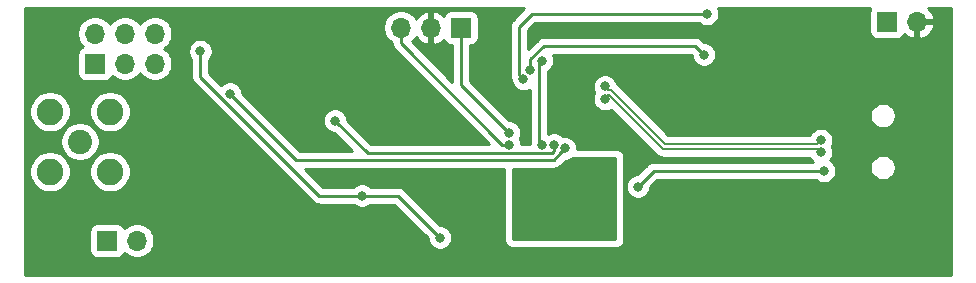
<source format=gbr>
G04 #@! TF.GenerationSoftware,KiCad,Pcbnew,5.1.5-52549c5~86~ubuntu19.10.1*
G04 #@! TF.CreationDate,2020-05-06T16:47:36-07:00*
G04 #@! TF.ProjectId,sdr,7364722e-6b69-4636-9164-5f7063625858,rev?*
G04 #@! TF.SameCoordinates,Original*
G04 #@! TF.FileFunction,Copper,L2,Bot*
G04 #@! TF.FilePolarity,Positive*
%FSLAX46Y46*%
G04 Gerber Fmt 4.6, Leading zero omitted, Abs format (unit mm)*
G04 Created by KiCad (PCBNEW 5.1.5-52549c5~86~ubuntu19.10.1) date 2020-05-06 16:47:36*
%MOMM*%
%LPD*%
G04 APERTURE LIST*
%ADD10O,1.700000X1.700000*%
%ADD11R,1.700000X1.700000*%
%ADD12C,2.250000*%
%ADD13C,2.050000*%
%ADD14C,0.800000*%
%ADD15C,0.250000*%
%ADD16C,0.200000*%
%ADD17C,0.254000*%
G04 APERTURE END LIST*
D10*
X90424000Y-13970000D03*
D11*
X87884000Y-13970000D03*
D10*
X46736000Y-14478000D03*
X49276000Y-14478000D03*
D11*
X51816000Y-14478000D03*
D10*
X24384000Y-32512000D03*
D11*
X21844000Y-32512000D03*
D10*
X25908000Y-14986000D03*
X25908000Y-17526000D03*
X23368000Y-14986000D03*
X23368000Y-17526000D03*
X20828000Y-14986000D03*
D11*
X20828000Y-17526000D03*
D12*
X22098000Y-21590000D03*
X22098000Y-26670000D03*
X17018000Y-26670000D03*
X17018000Y-21590000D03*
D13*
X19558000Y-24130000D03*
D14*
X35814000Y-13970000D03*
X27686000Y-33020000D03*
X55118000Y-13208000D03*
X53594000Y-17272000D03*
X64008000Y-23622000D03*
X61976000Y-17526000D03*
X72898000Y-21590000D03*
X71628000Y-28702000D03*
X78232000Y-22606000D03*
X79248000Y-28702000D03*
X30480000Y-24130000D03*
X29210000Y-29718000D03*
X25654000Y-24130000D03*
X25400000Y-29718000D03*
X21336000Y-29718000D03*
X17272000Y-29718000D03*
X18288000Y-17780000D03*
X16002000Y-13970000D03*
X16256000Y-34036000D03*
X36830000Y-30226000D03*
X36576000Y-33274000D03*
X42418000Y-30734000D03*
X44196000Y-33782000D03*
X53594000Y-29464000D03*
X83820000Y-13716000D03*
X74422000Y-15240000D03*
X82550000Y-21336000D03*
X91948000Y-16510000D03*
X92202000Y-32766000D03*
X85344000Y-34544000D03*
X71628000Y-34544000D03*
X63754000Y-34544000D03*
X56896000Y-34544000D03*
X41656000Y-16510000D03*
X41656000Y-27178000D03*
X32004000Y-17526000D03*
X55118000Y-27432000D03*
X56896000Y-26924000D03*
X56896000Y-30988000D03*
X60960000Y-30988000D03*
X60960000Y-26924000D03*
X58928000Y-26924000D03*
X58928000Y-30988000D03*
X60960000Y-28956000D03*
X58928000Y-28956000D03*
X56896000Y-28956000D03*
X29746000Y-16482000D03*
X43438653Y-28706653D03*
X50038000Y-32258000D03*
X82550000Y-26604000D03*
X66802000Y-27940000D03*
X58674000Y-17272000D03*
X58674000Y-24384000D03*
X55880000Y-24384000D03*
X55880000Y-23368000D03*
X72638500Y-13325000D03*
X57110886Y-18850354D03*
X57694990Y-18038660D03*
X72390000Y-16764000D03*
X41148000Y-22352000D03*
X59690000Y-24384000D03*
X32258000Y-20066000D03*
X60638685Y-24709001D03*
X82296000Y-24005000D03*
X64008000Y-19466500D03*
X82296000Y-25055000D03*
X64008000Y-20516500D03*
D15*
X29746000Y-18627002D02*
X39820998Y-28702000D01*
X29746000Y-16482000D02*
X29746000Y-18627002D01*
X39820998Y-28702000D02*
X43434000Y-28702000D01*
X43434000Y-28702000D02*
X43438653Y-28706653D01*
X43438653Y-28706653D02*
X46486653Y-28706653D01*
X46486653Y-28706653D02*
X50038000Y-32258000D01*
X82550000Y-26604000D02*
X68138000Y-26604000D01*
X68138000Y-26604000D02*
X66802000Y-27940000D01*
X58420000Y-24130000D02*
X58674000Y-24384000D01*
X58420000Y-17526000D02*
X58420000Y-24130000D01*
X58674000Y-17272000D02*
X58420000Y-17526000D01*
X46736000Y-15805685D02*
X55314315Y-24384000D01*
X55314315Y-24384000D02*
X55880000Y-24384000D01*
X46736000Y-14478000D02*
X46736000Y-15805685D01*
X51816000Y-14478000D02*
X51816000Y-19304000D01*
X51816000Y-19304000D02*
X55880000Y-23368000D01*
X56710887Y-14409113D02*
X56710887Y-18450355D01*
X72638500Y-13325000D02*
X57795000Y-13325000D01*
X56710887Y-18450355D02*
X57110886Y-18850354D01*
X57795000Y-13325000D02*
X56710887Y-14409113D01*
X57694990Y-17178008D02*
X58870998Y-16002000D01*
X57694990Y-18038660D02*
X57694990Y-17178008D01*
X58870998Y-16002000D02*
X71628000Y-16002000D01*
X71628000Y-16002000D02*
X72390000Y-16764000D01*
X59690000Y-24949685D02*
X59690000Y-24384000D01*
X59530684Y-25109001D02*
X59690000Y-24949685D01*
X41148000Y-22352000D02*
X43905001Y-25109001D01*
X43905001Y-25109001D02*
X59530684Y-25109001D01*
X60238686Y-25109000D02*
X60638685Y-24709001D01*
X32258000Y-20066000D02*
X37846000Y-25654000D01*
X59693686Y-25654000D02*
X60238686Y-25109000D01*
X37846000Y-25654000D02*
X59693686Y-25654000D01*
D16*
X82296000Y-24005000D02*
X81996000Y-24305000D01*
X81996000Y-24305000D02*
X69073200Y-24305000D01*
X69073200Y-24305000D02*
X64534700Y-19766500D01*
X64534700Y-19766500D02*
X64308000Y-19766500D01*
X64308000Y-19766500D02*
X64008000Y-19466500D01*
X82296000Y-25055000D02*
X81996000Y-24755000D01*
X81996000Y-24755000D02*
X68886800Y-24755000D01*
X64308000Y-20216500D02*
X64008000Y-20516500D01*
X64348300Y-20216500D02*
X64308000Y-20216500D01*
X68886800Y-24755000D02*
X64348300Y-20216500D01*
D17*
G36*
X56199889Y-13845309D02*
G01*
X56170886Y-13869112D01*
X56115758Y-13936287D01*
X56075913Y-13984837D01*
X56015960Y-14097000D01*
X56005341Y-14116867D01*
X55961884Y-14260128D01*
X55950887Y-14371781D01*
X55950887Y-14371791D01*
X55947211Y-14409113D01*
X55950887Y-14446436D01*
X55950888Y-18413023D01*
X55947211Y-18450355D01*
X55961885Y-18599340D01*
X56005341Y-18742601D01*
X56075886Y-18874580D01*
X56075886Y-18952293D01*
X56115660Y-19152252D01*
X56193681Y-19340610D01*
X56306949Y-19510128D01*
X56451112Y-19654291D01*
X56620630Y-19767559D01*
X56808988Y-19845580D01*
X57008947Y-19885354D01*
X57212825Y-19885354D01*
X57412784Y-19845580D01*
X57601142Y-19767559D01*
X57660000Y-19728231D01*
X57660001Y-24092668D01*
X57656324Y-24130000D01*
X57660001Y-24167333D01*
X57660604Y-24173451D01*
X57639000Y-24282061D01*
X57639000Y-24349001D01*
X56915000Y-24349001D01*
X56915000Y-24282061D01*
X56875226Y-24082102D01*
X56797205Y-23893744D01*
X56785349Y-23876000D01*
X56797205Y-23858256D01*
X56875226Y-23669898D01*
X56915000Y-23469939D01*
X56915000Y-23266061D01*
X56875226Y-23066102D01*
X56797205Y-22877744D01*
X56683937Y-22708226D01*
X56539774Y-22564063D01*
X56370256Y-22450795D01*
X56181898Y-22372774D01*
X55981939Y-22333000D01*
X55919802Y-22333000D01*
X52576000Y-18989199D01*
X52576000Y-15966072D01*
X52666000Y-15966072D01*
X52790482Y-15953812D01*
X52910180Y-15917502D01*
X53020494Y-15858537D01*
X53117185Y-15779185D01*
X53196537Y-15682494D01*
X53255502Y-15572180D01*
X53291812Y-15452482D01*
X53304072Y-15328000D01*
X53304072Y-13628000D01*
X53291812Y-13503518D01*
X53255502Y-13383820D01*
X53196537Y-13273506D01*
X53117185Y-13176815D01*
X53020494Y-13097463D01*
X52910180Y-13038498D01*
X52790482Y-13002188D01*
X52666000Y-12989928D01*
X50966000Y-12989928D01*
X50841518Y-13002188D01*
X50721820Y-13038498D01*
X50611506Y-13097463D01*
X50514815Y-13176815D01*
X50435463Y-13273506D01*
X50376498Y-13383820D01*
X50352034Y-13464466D01*
X50276269Y-13380412D01*
X50042920Y-13206359D01*
X49780099Y-13081175D01*
X49632890Y-13036524D01*
X49403000Y-13157845D01*
X49403000Y-14351000D01*
X49423000Y-14351000D01*
X49423000Y-14605000D01*
X49403000Y-14605000D01*
X49403000Y-15798155D01*
X49632890Y-15919476D01*
X49780099Y-15874825D01*
X50042920Y-15749641D01*
X50276269Y-15575588D01*
X50352034Y-15491534D01*
X50376498Y-15572180D01*
X50435463Y-15682494D01*
X50514815Y-15779185D01*
X50611506Y-15858537D01*
X50721820Y-15917502D01*
X50841518Y-15953812D01*
X50966000Y-15966072D01*
X51056000Y-15966072D01*
X51056001Y-19050884D01*
X47655032Y-15649916D01*
X47682632Y-15631475D01*
X47889475Y-15424632D01*
X48011195Y-15242466D01*
X48080822Y-15359355D01*
X48275731Y-15575588D01*
X48509080Y-15749641D01*
X48771901Y-15874825D01*
X48919110Y-15919476D01*
X49149000Y-15798155D01*
X49149000Y-14605000D01*
X49129000Y-14605000D01*
X49129000Y-14351000D01*
X49149000Y-14351000D01*
X49149000Y-13157845D01*
X48919110Y-13036524D01*
X48771901Y-13081175D01*
X48509080Y-13206359D01*
X48275731Y-13380412D01*
X48080822Y-13596645D01*
X48011195Y-13713534D01*
X47889475Y-13531368D01*
X47682632Y-13324525D01*
X47439411Y-13162010D01*
X47169158Y-13050068D01*
X46882260Y-12993000D01*
X46589740Y-12993000D01*
X46302842Y-13050068D01*
X46032589Y-13162010D01*
X45789368Y-13324525D01*
X45582525Y-13531368D01*
X45420010Y-13774589D01*
X45308068Y-14044842D01*
X45251000Y-14331740D01*
X45251000Y-14624260D01*
X45308068Y-14911158D01*
X45420010Y-15181411D01*
X45582525Y-15424632D01*
X45789368Y-15631475D01*
X45976001Y-15756179D01*
X45976001Y-15768353D01*
X45972324Y-15805685D01*
X45976001Y-15843018D01*
X45986998Y-15954671D01*
X45998244Y-15991744D01*
X46030454Y-16097931D01*
X46101026Y-16229961D01*
X46172201Y-16316687D01*
X46196000Y-16345686D01*
X46224998Y-16369484D01*
X54204513Y-24349001D01*
X44219803Y-24349001D01*
X42183000Y-22312199D01*
X42183000Y-22250061D01*
X42143226Y-22050102D01*
X42065205Y-21861744D01*
X41951937Y-21692226D01*
X41807774Y-21548063D01*
X41638256Y-21434795D01*
X41449898Y-21356774D01*
X41249939Y-21317000D01*
X41046061Y-21317000D01*
X40846102Y-21356774D01*
X40657744Y-21434795D01*
X40488226Y-21548063D01*
X40344063Y-21692226D01*
X40230795Y-21861744D01*
X40152774Y-22050102D01*
X40113000Y-22250061D01*
X40113000Y-22453939D01*
X40152774Y-22653898D01*
X40230795Y-22842256D01*
X40344063Y-23011774D01*
X40488226Y-23155937D01*
X40657744Y-23269205D01*
X40846102Y-23347226D01*
X41046061Y-23387000D01*
X41108199Y-23387000D01*
X42615198Y-24894000D01*
X38160803Y-24894000D01*
X33293000Y-20026199D01*
X33293000Y-19964061D01*
X33253226Y-19764102D01*
X33175205Y-19575744D01*
X33061937Y-19406226D01*
X32917774Y-19262063D01*
X32748256Y-19148795D01*
X32559898Y-19070774D01*
X32359939Y-19031000D01*
X32156061Y-19031000D01*
X31956102Y-19070774D01*
X31767744Y-19148795D01*
X31598226Y-19262063D01*
X31527044Y-19333245D01*
X30506000Y-18312201D01*
X30506000Y-17185711D01*
X30549937Y-17141774D01*
X30663205Y-16972256D01*
X30741226Y-16783898D01*
X30781000Y-16583939D01*
X30781000Y-16380061D01*
X30741226Y-16180102D01*
X30663205Y-15991744D01*
X30549937Y-15822226D01*
X30405774Y-15678063D01*
X30236256Y-15564795D01*
X30047898Y-15486774D01*
X29847939Y-15447000D01*
X29644061Y-15447000D01*
X29444102Y-15486774D01*
X29255744Y-15564795D01*
X29086226Y-15678063D01*
X28942063Y-15822226D01*
X28828795Y-15991744D01*
X28750774Y-16180102D01*
X28711000Y-16380061D01*
X28711000Y-16583939D01*
X28750774Y-16783898D01*
X28828795Y-16972256D01*
X28942063Y-17141774D01*
X28986000Y-17185711D01*
X28986001Y-18589670D01*
X28982324Y-18627002D01*
X28986001Y-18664335D01*
X28989649Y-18701368D01*
X28996998Y-18775987D01*
X29040454Y-18919248D01*
X29111026Y-19051278D01*
X29182201Y-19138004D01*
X29206000Y-19167003D01*
X29234998Y-19190801D01*
X39257198Y-29213002D01*
X39280997Y-29242001D01*
X39396722Y-29336974D01*
X39528751Y-29407546D01*
X39672012Y-29451003D01*
X39783665Y-29462000D01*
X39783675Y-29462000D01*
X39820998Y-29465676D01*
X39858321Y-29462000D01*
X42730289Y-29462000D01*
X42778879Y-29510590D01*
X42948397Y-29623858D01*
X43136755Y-29701879D01*
X43336714Y-29741653D01*
X43540592Y-29741653D01*
X43740551Y-29701879D01*
X43928909Y-29623858D01*
X44098427Y-29510590D01*
X44142364Y-29466653D01*
X46171852Y-29466653D01*
X49003000Y-32297802D01*
X49003000Y-32359939D01*
X49042774Y-32559898D01*
X49120795Y-32748256D01*
X49234063Y-32917774D01*
X49378226Y-33061937D01*
X49547744Y-33175205D01*
X49736102Y-33253226D01*
X49936061Y-33293000D01*
X50139939Y-33293000D01*
X50339898Y-33253226D01*
X50528256Y-33175205D01*
X50697774Y-33061937D01*
X50841937Y-32917774D01*
X50955205Y-32748256D01*
X51033226Y-32559898D01*
X51073000Y-32359939D01*
X51073000Y-32156061D01*
X51033226Y-31956102D01*
X50955205Y-31767744D01*
X50841937Y-31598226D01*
X50697774Y-31454063D01*
X50528256Y-31340795D01*
X50339898Y-31262774D01*
X50139939Y-31223000D01*
X50077802Y-31223000D01*
X47050457Y-28195656D01*
X47026654Y-28166652D01*
X46910929Y-28071679D01*
X46778900Y-28001107D01*
X46635639Y-27957650D01*
X46523986Y-27946653D01*
X46523975Y-27946653D01*
X46486653Y-27942977D01*
X46449331Y-27946653D01*
X44142364Y-27946653D01*
X44098427Y-27902716D01*
X43928909Y-27789448D01*
X43740551Y-27711427D01*
X43540592Y-27671653D01*
X43336714Y-27671653D01*
X43136755Y-27711427D01*
X42948397Y-27789448D01*
X42778879Y-27902716D01*
X42739595Y-27942000D01*
X40135800Y-27942000D01*
X38607800Y-26414000D01*
X55499000Y-26414000D01*
X55499000Y-32512000D01*
X55511201Y-32635882D01*
X55547336Y-32755004D01*
X55606017Y-32864787D01*
X55684987Y-32961013D01*
X55781213Y-33039983D01*
X55890996Y-33098664D01*
X56010118Y-33134799D01*
X56134000Y-33147000D01*
X65024000Y-33147000D01*
X65147882Y-33134799D01*
X65267004Y-33098664D01*
X65376787Y-33039983D01*
X65473013Y-32961013D01*
X65551983Y-32864787D01*
X65610664Y-32755004D01*
X65646799Y-32635882D01*
X65659000Y-32512000D01*
X65659000Y-25400000D01*
X65646799Y-25276118D01*
X65610664Y-25156996D01*
X65551983Y-25047213D01*
X65473013Y-24950987D01*
X65376787Y-24872017D01*
X65267004Y-24813336D01*
X65147882Y-24777201D01*
X65024000Y-24765000D01*
X61673685Y-24765000D01*
X61673685Y-24607062D01*
X61633911Y-24407103D01*
X61555890Y-24218745D01*
X61442622Y-24049227D01*
X61298459Y-23905064D01*
X61128941Y-23791796D01*
X60940583Y-23713775D01*
X60740624Y-23674001D01*
X60536746Y-23674001D01*
X60459147Y-23689436D01*
X60349774Y-23580063D01*
X60180256Y-23466795D01*
X59991898Y-23388774D01*
X59791939Y-23349000D01*
X59588061Y-23349000D01*
X59388102Y-23388774D01*
X59199744Y-23466795D01*
X59182000Y-23478651D01*
X59180000Y-23477315D01*
X59180000Y-19364561D01*
X62973000Y-19364561D01*
X62973000Y-19568439D01*
X63012774Y-19768398D01*
X63090795Y-19956756D01*
X63114010Y-19991500D01*
X63090795Y-20026244D01*
X63012774Y-20214602D01*
X62973000Y-20414561D01*
X62973000Y-20618439D01*
X63012774Y-20818398D01*
X63090795Y-21006756D01*
X63204063Y-21176274D01*
X63348226Y-21320437D01*
X63517744Y-21433705D01*
X63706102Y-21511726D01*
X63906061Y-21551500D01*
X64109939Y-21551500D01*
X64309898Y-21511726D01*
X64498256Y-21433705D01*
X64514923Y-21422569D01*
X68341546Y-25249193D01*
X68364562Y-25277238D01*
X68476480Y-25369087D01*
X68604167Y-25437337D01*
X68742715Y-25479365D01*
X68850695Y-25490000D01*
X68850704Y-25490000D01*
X68886799Y-25493555D01*
X68922894Y-25490000D01*
X81355907Y-25490000D01*
X81378795Y-25545256D01*
X81492063Y-25714774D01*
X81621289Y-25844000D01*
X68175322Y-25844000D01*
X68137999Y-25840324D01*
X68100676Y-25844000D01*
X68100667Y-25844000D01*
X67989014Y-25854997D01*
X67845753Y-25898454D01*
X67713724Y-25969026D01*
X67597999Y-26063999D01*
X67574201Y-26092997D01*
X66762199Y-26905000D01*
X66700061Y-26905000D01*
X66500102Y-26944774D01*
X66311744Y-27022795D01*
X66142226Y-27136063D01*
X65998063Y-27280226D01*
X65884795Y-27449744D01*
X65806774Y-27638102D01*
X65767000Y-27838061D01*
X65767000Y-28041939D01*
X65806774Y-28241898D01*
X65884795Y-28430256D01*
X65998063Y-28599774D01*
X66142226Y-28743937D01*
X66311744Y-28857205D01*
X66500102Y-28935226D01*
X66700061Y-28975000D01*
X66903939Y-28975000D01*
X67103898Y-28935226D01*
X67292256Y-28857205D01*
X67461774Y-28743937D01*
X67605937Y-28599774D01*
X67719205Y-28430256D01*
X67797226Y-28241898D01*
X67837000Y-28041939D01*
X67837000Y-27979801D01*
X68452802Y-27364000D01*
X81846289Y-27364000D01*
X81890226Y-27407937D01*
X82059744Y-27521205D01*
X82248102Y-27599226D01*
X82448061Y-27639000D01*
X82651939Y-27639000D01*
X82851898Y-27599226D01*
X83040256Y-27521205D01*
X83209774Y-27407937D01*
X83353937Y-27263774D01*
X83467205Y-27094256D01*
X83545226Y-26905898D01*
X83585000Y-26705939D01*
X83585000Y-26502061D01*
X83545226Y-26302102D01*
X83512518Y-26223137D01*
X86439000Y-26223137D01*
X86439000Y-26436863D01*
X86480696Y-26646483D01*
X86562485Y-26843940D01*
X86681225Y-27021647D01*
X86832353Y-27172775D01*
X87010060Y-27291515D01*
X87207517Y-27373304D01*
X87417137Y-27415000D01*
X87630863Y-27415000D01*
X87840483Y-27373304D01*
X88037940Y-27291515D01*
X88215647Y-27172775D01*
X88366775Y-27021647D01*
X88485515Y-26843940D01*
X88567304Y-26646483D01*
X88609000Y-26436863D01*
X88609000Y-26223137D01*
X88567304Y-26013517D01*
X88485515Y-25816060D01*
X88366775Y-25638353D01*
X88215647Y-25487225D01*
X88037940Y-25368485D01*
X87840483Y-25286696D01*
X87630863Y-25245000D01*
X87417137Y-25245000D01*
X87207517Y-25286696D01*
X87010060Y-25368485D01*
X86832353Y-25487225D01*
X86681225Y-25638353D01*
X86562485Y-25816060D01*
X86480696Y-26013517D01*
X86439000Y-26223137D01*
X83512518Y-26223137D01*
X83467205Y-26113744D01*
X83353937Y-25944226D01*
X83209774Y-25800063D01*
X83092804Y-25721907D01*
X83099937Y-25714774D01*
X83213205Y-25545256D01*
X83291226Y-25356898D01*
X83331000Y-25156939D01*
X83331000Y-24953061D01*
X83291226Y-24753102D01*
X83213205Y-24564744D01*
X83189990Y-24530000D01*
X83213205Y-24495256D01*
X83291226Y-24306898D01*
X83331000Y-24106939D01*
X83331000Y-23903061D01*
X83291226Y-23703102D01*
X83213205Y-23514744D01*
X83099937Y-23345226D01*
X82955774Y-23201063D01*
X82786256Y-23087795D01*
X82597898Y-23009774D01*
X82397939Y-22970000D01*
X82194061Y-22970000D01*
X81994102Y-23009774D01*
X81805744Y-23087795D01*
X81636226Y-23201063D01*
X81492063Y-23345226D01*
X81378795Y-23514744D01*
X81355907Y-23570000D01*
X69377647Y-23570000D01*
X67630784Y-21823137D01*
X86439000Y-21823137D01*
X86439000Y-22036863D01*
X86480696Y-22246483D01*
X86562485Y-22443940D01*
X86681225Y-22621647D01*
X86832353Y-22772775D01*
X87010060Y-22891515D01*
X87207517Y-22973304D01*
X87417137Y-23015000D01*
X87630863Y-23015000D01*
X87840483Y-22973304D01*
X88037940Y-22891515D01*
X88215647Y-22772775D01*
X88366775Y-22621647D01*
X88485515Y-22443940D01*
X88567304Y-22246483D01*
X88609000Y-22036863D01*
X88609000Y-21823137D01*
X88567304Y-21613517D01*
X88485515Y-21416060D01*
X88366775Y-21238353D01*
X88215647Y-21087225D01*
X88037940Y-20968485D01*
X87840483Y-20886696D01*
X87630863Y-20845000D01*
X87417137Y-20845000D01*
X87207517Y-20886696D01*
X87010060Y-20968485D01*
X86832353Y-21087225D01*
X86681225Y-21238353D01*
X86562485Y-21416060D01*
X86480696Y-21613517D01*
X86439000Y-21823137D01*
X67630784Y-21823137D01*
X65079959Y-19272313D01*
X65056938Y-19244262D01*
X65011684Y-19207123D01*
X65003226Y-19164602D01*
X64925205Y-18976244D01*
X64811937Y-18806726D01*
X64667774Y-18662563D01*
X64498256Y-18549295D01*
X64309898Y-18471274D01*
X64109939Y-18431500D01*
X63906061Y-18431500D01*
X63706102Y-18471274D01*
X63517744Y-18549295D01*
X63348226Y-18662563D01*
X63204063Y-18806726D01*
X63090795Y-18976244D01*
X63012774Y-19164602D01*
X62973000Y-19364561D01*
X59180000Y-19364561D01*
X59180000Y-18178685D01*
X59333774Y-18075937D01*
X59477937Y-17931774D01*
X59591205Y-17762256D01*
X59669226Y-17573898D01*
X59709000Y-17373939D01*
X59709000Y-17170061D01*
X59669226Y-16970102D01*
X59591205Y-16781744D01*
X59578013Y-16762000D01*
X71313199Y-16762000D01*
X71355000Y-16803801D01*
X71355000Y-16865939D01*
X71394774Y-17065898D01*
X71472795Y-17254256D01*
X71586063Y-17423774D01*
X71730226Y-17567937D01*
X71899744Y-17681205D01*
X72088102Y-17759226D01*
X72288061Y-17799000D01*
X72491939Y-17799000D01*
X72691898Y-17759226D01*
X72880256Y-17681205D01*
X73049774Y-17567937D01*
X73193937Y-17423774D01*
X73307205Y-17254256D01*
X73385226Y-17065898D01*
X73425000Y-16865939D01*
X73425000Y-16662061D01*
X73385226Y-16462102D01*
X73307205Y-16273744D01*
X73193937Y-16104226D01*
X73049774Y-15960063D01*
X72880256Y-15846795D01*
X72691898Y-15768774D01*
X72491939Y-15729000D01*
X72429801Y-15729000D01*
X72191803Y-15491002D01*
X72168001Y-15461999D01*
X72052276Y-15367026D01*
X71920247Y-15296454D01*
X71776986Y-15252997D01*
X71665333Y-15242000D01*
X71665322Y-15242000D01*
X71628000Y-15238324D01*
X71590678Y-15242000D01*
X58908320Y-15242000D01*
X58870997Y-15238324D01*
X58833674Y-15242000D01*
X58833665Y-15242000D01*
X58722012Y-15252997D01*
X58578751Y-15296454D01*
X58446722Y-15367026D01*
X58446720Y-15367027D01*
X58446721Y-15367027D01*
X58359994Y-15438201D01*
X58359990Y-15438205D01*
X58330997Y-15461999D01*
X58307203Y-15490992D01*
X57470887Y-16327309D01*
X57470887Y-14723914D01*
X58109802Y-14085000D01*
X71934789Y-14085000D01*
X71978726Y-14128937D01*
X72148244Y-14242205D01*
X72336602Y-14320226D01*
X72536561Y-14360000D01*
X72740439Y-14360000D01*
X72940398Y-14320226D01*
X73128756Y-14242205D01*
X73298274Y-14128937D01*
X73442437Y-13984774D01*
X73555705Y-13815256D01*
X73633726Y-13626898D01*
X73673500Y-13426939D01*
X73673500Y-13223061D01*
X73633726Y-13023102D01*
X73562853Y-12852000D01*
X86457230Y-12852000D01*
X86444498Y-12875820D01*
X86408188Y-12995518D01*
X86395928Y-13120000D01*
X86395928Y-14820000D01*
X86408188Y-14944482D01*
X86444498Y-15064180D01*
X86503463Y-15174494D01*
X86582815Y-15271185D01*
X86679506Y-15350537D01*
X86789820Y-15409502D01*
X86909518Y-15445812D01*
X87034000Y-15458072D01*
X88734000Y-15458072D01*
X88858482Y-15445812D01*
X88978180Y-15409502D01*
X89088494Y-15350537D01*
X89185185Y-15271185D01*
X89264537Y-15174494D01*
X89323502Y-15064180D01*
X89347966Y-14983534D01*
X89423731Y-15067588D01*
X89657080Y-15241641D01*
X89919901Y-15366825D01*
X90067110Y-15411476D01*
X90297000Y-15290155D01*
X90297000Y-14097000D01*
X90551000Y-14097000D01*
X90551000Y-15290155D01*
X90780890Y-15411476D01*
X90928099Y-15366825D01*
X91190920Y-15241641D01*
X91424269Y-15067588D01*
X91619178Y-14851355D01*
X91768157Y-14601252D01*
X91865481Y-14326891D01*
X91744814Y-14097000D01*
X90551000Y-14097000D01*
X90297000Y-14097000D01*
X90277000Y-14097000D01*
X90277000Y-13843000D01*
X90297000Y-13843000D01*
X90297000Y-13823000D01*
X90551000Y-13823000D01*
X90551000Y-13843000D01*
X91744814Y-13843000D01*
X91865481Y-13613109D01*
X91768157Y-13338748D01*
X91619178Y-13088645D01*
X91424269Y-12872412D01*
X91396903Y-12852000D01*
X93320001Y-12852000D01*
X93320000Y-35408000D01*
X14884000Y-35408000D01*
X14884000Y-31662000D01*
X20355928Y-31662000D01*
X20355928Y-33362000D01*
X20368188Y-33486482D01*
X20404498Y-33606180D01*
X20463463Y-33716494D01*
X20542815Y-33813185D01*
X20639506Y-33892537D01*
X20749820Y-33951502D01*
X20869518Y-33987812D01*
X20994000Y-34000072D01*
X22694000Y-34000072D01*
X22818482Y-33987812D01*
X22938180Y-33951502D01*
X23048494Y-33892537D01*
X23145185Y-33813185D01*
X23224537Y-33716494D01*
X23283502Y-33606180D01*
X23305513Y-33533620D01*
X23437368Y-33665475D01*
X23680589Y-33827990D01*
X23950842Y-33939932D01*
X24237740Y-33997000D01*
X24530260Y-33997000D01*
X24817158Y-33939932D01*
X25087411Y-33827990D01*
X25330632Y-33665475D01*
X25537475Y-33458632D01*
X25699990Y-33215411D01*
X25811932Y-32945158D01*
X25869000Y-32658260D01*
X25869000Y-32365740D01*
X25811932Y-32078842D01*
X25699990Y-31808589D01*
X25537475Y-31565368D01*
X25330632Y-31358525D01*
X25087411Y-31196010D01*
X24817158Y-31084068D01*
X24530260Y-31027000D01*
X24237740Y-31027000D01*
X23950842Y-31084068D01*
X23680589Y-31196010D01*
X23437368Y-31358525D01*
X23305513Y-31490380D01*
X23283502Y-31417820D01*
X23224537Y-31307506D01*
X23145185Y-31210815D01*
X23048494Y-31131463D01*
X22938180Y-31072498D01*
X22818482Y-31036188D01*
X22694000Y-31023928D01*
X20994000Y-31023928D01*
X20869518Y-31036188D01*
X20749820Y-31072498D01*
X20639506Y-31131463D01*
X20542815Y-31210815D01*
X20463463Y-31307506D01*
X20404498Y-31417820D01*
X20368188Y-31537518D01*
X20355928Y-31662000D01*
X14884000Y-31662000D01*
X14884000Y-26496655D01*
X15258000Y-26496655D01*
X15258000Y-26843345D01*
X15325636Y-27183373D01*
X15458308Y-27503673D01*
X15650919Y-27791935D01*
X15896065Y-28037081D01*
X16184327Y-28229692D01*
X16504627Y-28362364D01*
X16844655Y-28430000D01*
X17191345Y-28430000D01*
X17531373Y-28362364D01*
X17851673Y-28229692D01*
X18139935Y-28037081D01*
X18385081Y-27791935D01*
X18577692Y-27503673D01*
X18710364Y-27183373D01*
X18778000Y-26843345D01*
X18778000Y-26496655D01*
X20338000Y-26496655D01*
X20338000Y-26843345D01*
X20405636Y-27183373D01*
X20538308Y-27503673D01*
X20730919Y-27791935D01*
X20976065Y-28037081D01*
X21264327Y-28229692D01*
X21584627Y-28362364D01*
X21924655Y-28430000D01*
X22271345Y-28430000D01*
X22611373Y-28362364D01*
X22931673Y-28229692D01*
X23219935Y-28037081D01*
X23465081Y-27791935D01*
X23657692Y-27503673D01*
X23790364Y-27183373D01*
X23858000Y-26843345D01*
X23858000Y-26496655D01*
X23790364Y-26156627D01*
X23657692Y-25836327D01*
X23465081Y-25548065D01*
X23219935Y-25302919D01*
X22931673Y-25110308D01*
X22611373Y-24977636D01*
X22271345Y-24910000D01*
X21924655Y-24910000D01*
X21584627Y-24977636D01*
X21264327Y-25110308D01*
X20976065Y-25302919D01*
X20730919Y-25548065D01*
X20538308Y-25836327D01*
X20405636Y-26156627D01*
X20338000Y-26496655D01*
X18778000Y-26496655D01*
X18710364Y-26156627D01*
X18577692Y-25836327D01*
X18385081Y-25548065D01*
X18139935Y-25302919D01*
X17851673Y-25110308D01*
X17531373Y-24977636D01*
X17191345Y-24910000D01*
X16844655Y-24910000D01*
X16504627Y-24977636D01*
X16184327Y-25110308D01*
X15896065Y-25302919D01*
X15650919Y-25548065D01*
X15458308Y-25836327D01*
X15325636Y-26156627D01*
X15258000Y-26496655D01*
X14884000Y-26496655D01*
X14884000Y-23966504D01*
X17898000Y-23966504D01*
X17898000Y-24293496D01*
X17961793Y-24614204D01*
X18086927Y-24916305D01*
X18268594Y-25188188D01*
X18499812Y-25419406D01*
X18771695Y-25601073D01*
X19073796Y-25726207D01*
X19394504Y-25790000D01*
X19721496Y-25790000D01*
X20042204Y-25726207D01*
X20344305Y-25601073D01*
X20616188Y-25419406D01*
X20847406Y-25188188D01*
X21029073Y-24916305D01*
X21154207Y-24614204D01*
X21218000Y-24293496D01*
X21218000Y-23966504D01*
X21154207Y-23645796D01*
X21029073Y-23343695D01*
X20847406Y-23071812D01*
X20616188Y-22840594D01*
X20344305Y-22658927D01*
X20042204Y-22533793D01*
X19721496Y-22470000D01*
X19394504Y-22470000D01*
X19073796Y-22533793D01*
X18771695Y-22658927D01*
X18499812Y-22840594D01*
X18268594Y-23071812D01*
X18086927Y-23343695D01*
X17961793Y-23645796D01*
X17898000Y-23966504D01*
X14884000Y-23966504D01*
X14884000Y-21416655D01*
X15258000Y-21416655D01*
X15258000Y-21763345D01*
X15325636Y-22103373D01*
X15458308Y-22423673D01*
X15650919Y-22711935D01*
X15896065Y-22957081D01*
X16184327Y-23149692D01*
X16504627Y-23282364D01*
X16844655Y-23350000D01*
X17191345Y-23350000D01*
X17531373Y-23282364D01*
X17851673Y-23149692D01*
X18139935Y-22957081D01*
X18385081Y-22711935D01*
X18577692Y-22423673D01*
X18710364Y-22103373D01*
X18778000Y-21763345D01*
X18778000Y-21416655D01*
X20338000Y-21416655D01*
X20338000Y-21763345D01*
X20405636Y-22103373D01*
X20538308Y-22423673D01*
X20730919Y-22711935D01*
X20976065Y-22957081D01*
X21264327Y-23149692D01*
X21584627Y-23282364D01*
X21924655Y-23350000D01*
X22271345Y-23350000D01*
X22611373Y-23282364D01*
X22931673Y-23149692D01*
X23219935Y-22957081D01*
X23465081Y-22711935D01*
X23657692Y-22423673D01*
X23790364Y-22103373D01*
X23858000Y-21763345D01*
X23858000Y-21416655D01*
X23790364Y-21076627D01*
X23657692Y-20756327D01*
X23465081Y-20468065D01*
X23219935Y-20222919D01*
X22931673Y-20030308D01*
X22611373Y-19897636D01*
X22271345Y-19830000D01*
X21924655Y-19830000D01*
X21584627Y-19897636D01*
X21264327Y-20030308D01*
X20976065Y-20222919D01*
X20730919Y-20468065D01*
X20538308Y-20756327D01*
X20405636Y-21076627D01*
X20338000Y-21416655D01*
X18778000Y-21416655D01*
X18710364Y-21076627D01*
X18577692Y-20756327D01*
X18385081Y-20468065D01*
X18139935Y-20222919D01*
X17851673Y-20030308D01*
X17531373Y-19897636D01*
X17191345Y-19830000D01*
X16844655Y-19830000D01*
X16504627Y-19897636D01*
X16184327Y-20030308D01*
X15896065Y-20222919D01*
X15650919Y-20468065D01*
X15458308Y-20756327D01*
X15325636Y-21076627D01*
X15258000Y-21416655D01*
X14884000Y-21416655D01*
X14884000Y-16676000D01*
X19339928Y-16676000D01*
X19339928Y-18376000D01*
X19352188Y-18500482D01*
X19388498Y-18620180D01*
X19447463Y-18730494D01*
X19526815Y-18827185D01*
X19623506Y-18906537D01*
X19733820Y-18965502D01*
X19853518Y-19001812D01*
X19978000Y-19014072D01*
X21678000Y-19014072D01*
X21802482Y-19001812D01*
X21922180Y-18965502D01*
X22032494Y-18906537D01*
X22129185Y-18827185D01*
X22208537Y-18730494D01*
X22267502Y-18620180D01*
X22289513Y-18547620D01*
X22421368Y-18679475D01*
X22664589Y-18841990D01*
X22934842Y-18953932D01*
X23221740Y-19011000D01*
X23514260Y-19011000D01*
X23801158Y-18953932D01*
X24071411Y-18841990D01*
X24314632Y-18679475D01*
X24521475Y-18472632D01*
X24638000Y-18298240D01*
X24754525Y-18472632D01*
X24961368Y-18679475D01*
X25204589Y-18841990D01*
X25474842Y-18953932D01*
X25761740Y-19011000D01*
X26054260Y-19011000D01*
X26341158Y-18953932D01*
X26611411Y-18841990D01*
X26854632Y-18679475D01*
X27061475Y-18472632D01*
X27223990Y-18229411D01*
X27335932Y-17959158D01*
X27393000Y-17672260D01*
X27393000Y-17379740D01*
X27335932Y-17092842D01*
X27223990Y-16822589D01*
X27061475Y-16579368D01*
X26854632Y-16372525D01*
X26680240Y-16256000D01*
X26854632Y-16139475D01*
X27061475Y-15932632D01*
X27223990Y-15689411D01*
X27335932Y-15419158D01*
X27393000Y-15132260D01*
X27393000Y-14839740D01*
X27335932Y-14552842D01*
X27223990Y-14282589D01*
X27061475Y-14039368D01*
X26854632Y-13832525D01*
X26611411Y-13670010D01*
X26341158Y-13558068D01*
X26054260Y-13501000D01*
X25761740Y-13501000D01*
X25474842Y-13558068D01*
X25204589Y-13670010D01*
X24961368Y-13832525D01*
X24754525Y-14039368D01*
X24638000Y-14213760D01*
X24521475Y-14039368D01*
X24314632Y-13832525D01*
X24071411Y-13670010D01*
X23801158Y-13558068D01*
X23514260Y-13501000D01*
X23221740Y-13501000D01*
X22934842Y-13558068D01*
X22664589Y-13670010D01*
X22421368Y-13832525D01*
X22214525Y-14039368D01*
X22098000Y-14213760D01*
X21981475Y-14039368D01*
X21774632Y-13832525D01*
X21531411Y-13670010D01*
X21261158Y-13558068D01*
X20974260Y-13501000D01*
X20681740Y-13501000D01*
X20394842Y-13558068D01*
X20124589Y-13670010D01*
X19881368Y-13832525D01*
X19674525Y-14039368D01*
X19512010Y-14282589D01*
X19400068Y-14552842D01*
X19343000Y-14839740D01*
X19343000Y-15132260D01*
X19400068Y-15419158D01*
X19512010Y-15689411D01*
X19674525Y-15932632D01*
X19806380Y-16064487D01*
X19733820Y-16086498D01*
X19623506Y-16145463D01*
X19526815Y-16224815D01*
X19447463Y-16321506D01*
X19388498Y-16431820D01*
X19352188Y-16551518D01*
X19339928Y-16676000D01*
X14884000Y-16676000D01*
X14884000Y-12852000D01*
X57193198Y-12852000D01*
X56199889Y-13845309D01*
G37*
X56199889Y-13845309D02*
X56170886Y-13869112D01*
X56115758Y-13936287D01*
X56075913Y-13984837D01*
X56015960Y-14097000D01*
X56005341Y-14116867D01*
X55961884Y-14260128D01*
X55950887Y-14371781D01*
X55950887Y-14371791D01*
X55947211Y-14409113D01*
X55950887Y-14446436D01*
X55950888Y-18413023D01*
X55947211Y-18450355D01*
X55961885Y-18599340D01*
X56005341Y-18742601D01*
X56075886Y-18874580D01*
X56075886Y-18952293D01*
X56115660Y-19152252D01*
X56193681Y-19340610D01*
X56306949Y-19510128D01*
X56451112Y-19654291D01*
X56620630Y-19767559D01*
X56808988Y-19845580D01*
X57008947Y-19885354D01*
X57212825Y-19885354D01*
X57412784Y-19845580D01*
X57601142Y-19767559D01*
X57660000Y-19728231D01*
X57660001Y-24092668D01*
X57656324Y-24130000D01*
X57660001Y-24167333D01*
X57660604Y-24173451D01*
X57639000Y-24282061D01*
X57639000Y-24349001D01*
X56915000Y-24349001D01*
X56915000Y-24282061D01*
X56875226Y-24082102D01*
X56797205Y-23893744D01*
X56785349Y-23876000D01*
X56797205Y-23858256D01*
X56875226Y-23669898D01*
X56915000Y-23469939D01*
X56915000Y-23266061D01*
X56875226Y-23066102D01*
X56797205Y-22877744D01*
X56683937Y-22708226D01*
X56539774Y-22564063D01*
X56370256Y-22450795D01*
X56181898Y-22372774D01*
X55981939Y-22333000D01*
X55919802Y-22333000D01*
X52576000Y-18989199D01*
X52576000Y-15966072D01*
X52666000Y-15966072D01*
X52790482Y-15953812D01*
X52910180Y-15917502D01*
X53020494Y-15858537D01*
X53117185Y-15779185D01*
X53196537Y-15682494D01*
X53255502Y-15572180D01*
X53291812Y-15452482D01*
X53304072Y-15328000D01*
X53304072Y-13628000D01*
X53291812Y-13503518D01*
X53255502Y-13383820D01*
X53196537Y-13273506D01*
X53117185Y-13176815D01*
X53020494Y-13097463D01*
X52910180Y-13038498D01*
X52790482Y-13002188D01*
X52666000Y-12989928D01*
X50966000Y-12989928D01*
X50841518Y-13002188D01*
X50721820Y-13038498D01*
X50611506Y-13097463D01*
X50514815Y-13176815D01*
X50435463Y-13273506D01*
X50376498Y-13383820D01*
X50352034Y-13464466D01*
X50276269Y-13380412D01*
X50042920Y-13206359D01*
X49780099Y-13081175D01*
X49632890Y-13036524D01*
X49403000Y-13157845D01*
X49403000Y-14351000D01*
X49423000Y-14351000D01*
X49423000Y-14605000D01*
X49403000Y-14605000D01*
X49403000Y-15798155D01*
X49632890Y-15919476D01*
X49780099Y-15874825D01*
X50042920Y-15749641D01*
X50276269Y-15575588D01*
X50352034Y-15491534D01*
X50376498Y-15572180D01*
X50435463Y-15682494D01*
X50514815Y-15779185D01*
X50611506Y-15858537D01*
X50721820Y-15917502D01*
X50841518Y-15953812D01*
X50966000Y-15966072D01*
X51056000Y-15966072D01*
X51056001Y-19050884D01*
X47655032Y-15649916D01*
X47682632Y-15631475D01*
X47889475Y-15424632D01*
X48011195Y-15242466D01*
X48080822Y-15359355D01*
X48275731Y-15575588D01*
X48509080Y-15749641D01*
X48771901Y-15874825D01*
X48919110Y-15919476D01*
X49149000Y-15798155D01*
X49149000Y-14605000D01*
X49129000Y-14605000D01*
X49129000Y-14351000D01*
X49149000Y-14351000D01*
X49149000Y-13157845D01*
X48919110Y-13036524D01*
X48771901Y-13081175D01*
X48509080Y-13206359D01*
X48275731Y-13380412D01*
X48080822Y-13596645D01*
X48011195Y-13713534D01*
X47889475Y-13531368D01*
X47682632Y-13324525D01*
X47439411Y-13162010D01*
X47169158Y-13050068D01*
X46882260Y-12993000D01*
X46589740Y-12993000D01*
X46302842Y-13050068D01*
X46032589Y-13162010D01*
X45789368Y-13324525D01*
X45582525Y-13531368D01*
X45420010Y-13774589D01*
X45308068Y-14044842D01*
X45251000Y-14331740D01*
X45251000Y-14624260D01*
X45308068Y-14911158D01*
X45420010Y-15181411D01*
X45582525Y-15424632D01*
X45789368Y-15631475D01*
X45976001Y-15756179D01*
X45976001Y-15768353D01*
X45972324Y-15805685D01*
X45976001Y-15843018D01*
X45986998Y-15954671D01*
X45998244Y-15991744D01*
X46030454Y-16097931D01*
X46101026Y-16229961D01*
X46172201Y-16316687D01*
X46196000Y-16345686D01*
X46224998Y-16369484D01*
X54204513Y-24349001D01*
X44219803Y-24349001D01*
X42183000Y-22312199D01*
X42183000Y-22250061D01*
X42143226Y-22050102D01*
X42065205Y-21861744D01*
X41951937Y-21692226D01*
X41807774Y-21548063D01*
X41638256Y-21434795D01*
X41449898Y-21356774D01*
X41249939Y-21317000D01*
X41046061Y-21317000D01*
X40846102Y-21356774D01*
X40657744Y-21434795D01*
X40488226Y-21548063D01*
X40344063Y-21692226D01*
X40230795Y-21861744D01*
X40152774Y-22050102D01*
X40113000Y-22250061D01*
X40113000Y-22453939D01*
X40152774Y-22653898D01*
X40230795Y-22842256D01*
X40344063Y-23011774D01*
X40488226Y-23155937D01*
X40657744Y-23269205D01*
X40846102Y-23347226D01*
X41046061Y-23387000D01*
X41108199Y-23387000D01*
X42615198Y-24894000D01*
X38160803Y-24894000D01*
X33293000Y-20026199D01*
X33293000Y-19964061D01*
X33253226Y-19764102D01*
X33175205Y-19575744D01*
X33061937Y-19406226D01*
X32917774Y-19262063D01*
X32748256Y-19148795D01*
X32559898Y-19070774D01*
X32359939Y-19031000D01*
X32156061Y-19031000D01*
X31956102Y-19070774D01*
X31767744Y-19148795D01*
X31598226Y-19262063D01*
X31527044Y-19333245D01*
X30506000Y-18312201D01*
X30506000Y-17185711D01*
X30549937Y-17141774D01*
X30663205Y-16972256D01*
X30741226Y-16783898D01*
X30781000Y-16583939D01*
X30781000Y-16380061D01*
X30741226Y-16180102D01*
X30663205Y-15991744D01*
X30549937Y-15822226D01*
X30405774Y-15678063D01*
X30236256Y-15564795D01*
X30047898Y-15486774D01*
X29847939Y-15447000D01*
X29644061Y-15447000D01*
X29444102Y-15486774D01*
X29255744Y-15564795D01*
X29086226Y-15678063D01*
X28942063Y-15822226D01*
X28828795Y-15991744D01*
X28750774Y-16180102D01*
X28711000Y-16380061D01*
X28711000Y-16583939D01*
X28750774Y-16783898D01*
X28828795Y-16972256D01*
X28942063Y-17141774D01*
X28986000Y-17185711D01*
X28986001Y-18589670D01*
X28982324Y-18627002D01*
X28986001Y-18664335D01*
X28989649Y-18701368D01*
X28996998Y-18775987D01*
X29040454Y-18919248D01*
X29111026Y-19051278D01*
X29182201Y-19138004D01*
X29206000Y-19167003D01*
X29234998Y-19190801D01*
X39257198Y-29213002D01*
X39280997Y-29242001D01*
X39396722Y-29336974D01*
X39528751Y-29407546D01*
X39672012Y-29451003D01*
X39783665Y-29462000D01*
X39783675Y-29462000D01*
X39820998Y-29465676D01*
X39858321Y-29462000D01*
X42730289Y-29462000D01*
X42778879Y-29510590D01*
X42948397Y-29623858D01*
X43136755Y-29701879D01*
X43336714Y-29741653D01*
X43540592Y-29741653D01*
X43740551Y-29701879D01*
X43928909Y-29623858D01*
X44098427Y-29510590D01*
X44142364Y-29466653D01*
X46171852Y-29466653D01*
X49003000Y-32297802D01*
X49003000Y-32359939D01*
X49042774Y-32559898D01*
X49120795Y-32748256D01*
X49234063Y-32917774D01*
X49378226Y-33061937D01*
X49547744Y-33175205D01*
X49736102Y-33253226D01*
X49936061Y-33293000D01*
X50139939Y-33293000D01*
X50339898Y-33253226D01*
X50528256Y-33175205D01*
X50697774Y-33061937D01*
X50841937Y-32917774D01*
X50955205Y-32748256D01*
X51033226Y-32559898D01*
X51073000Y-32359939D01*
X51073000Y-32156061D01*
X51033226Y-31956102D01*
X50955205Y-31767744D01*
X50841937Y-31598226D01*
X50697774Y-31454063D01*
X50528256Y-31340795D01*
X50339898Y-31262774D01*
X50139939Y-31223000D01*
X50077802Y-31223000D01*
X47050457Y-28195656D01*
X47026654Y-28166652D01*
X46910929Y-28071679D01*
X46778900Y-28001107D01*
X46635639Y-27957650D01*
X46523986Y-27946653D01*
X46523975Y-27946653D01*
X46486653Y-27942977D01*
X46449331Y-27946653D01*
X44142364Y-27946653D01*
X44098427Y-27902716D01*
X43928909Y-27789448D01*
X43740551Y-27711427D01*
X43540592Y-27671653D01*
X43336714Y-27671653D01*
X43136755Y-27711427D01*
X42948397Y-27789448D01*
X42778879Y-27902716D01*
X42739595Y-27942000D01*
X40135800Y-27942000D01*
X38607800Y-26414000D01*
X55499000Y-26414000D01*
X55499000Y-32512000D01*
X55511201Y-32635882D01*
X55547336Y-32755004D01*
X55606017Y-32864787D01*
X55684987Y-32961013D01*
X55781213Y-33039983D01*
X55890996Y-33098664D01*
X56010118Y-33134799D01*
X56134000Y-33147000D01*
X65024000Y-33147000D01*
X65147882Y-33134799D01*
X65267004Y-33098664D01*
X65376787Y-33039983D01*
X65473013Y-32961013D01*
X65551983Y-32864787D01*
X65610664Y-32755004D01*
X65646799Y-32635882D01*
X65659000Y-32512000D01*
X65659000Y-25400000D01*
X65646799Y-25276118D01*
X65610664Y-25156996D01*
X65551983Y-25047213D01*
X65473013Y-24950987D01*
X65376787Y-24872017D01*
X65267004Y-24813336D01*
X65147882Y-24777201D01*
X65024000Y-24765000D01*
X61673685Y-24765000D01*
X61673685Y-24607062D01*
X61633911Y-24407103D01*
X61555890Y-24218745D01*
X61442622Y-24049227D01*
X61298459Y-23905064D01*
X61128941Y-23791796D01*
X60940583Y-23713775D01*
X60740624Y-23674001D01*
X60536746Y-23674001D01*
X60459147Y-23689436D01*
X60349774Y-23580063D01*
X60180256Y-23466795D01*
X59991898Y-23388774D01*
X59791939Y-23349000D01*
X59588061Y-23349000D01*
X59388102Y-23388774D01*
X59199744Y-23466795D01*
X59182000Y-23478651D01*
X59180000Y-23477315D01*
X59180000Y-19364561D01*
X62973000Y-19364561D01*
X62973000Y-19568439D01*
X63012774Y-19768398D01*
X63090795Y-19956756D01*
X63114010Y-19991500D01*
X63090795Y-20026244D01*
X63012774Y-20214602D01*
X62973000Y-20414561D01*
X62973000Y-20618439D01*
X63012774Y-20818398D01*
X63090795Y-21006756D01*
X63204063Y-21176274D01*
X63348226Y-21320437D01*
X63517744Y-21433705D01*
X63706102Y-21511726D01*
X63906061Y-21551500D01*
X64109939Y-21551500D01*
X64309898Y-21511726D01*
X64498256Y-21433705D01*
X64514923Y-21422569D01*
X68341546Y-25249193D01*
X68364562Y-25277238D01*
X68476480Y-25369087D01*
X68604167Y-25437337D01*
X68742715Y-25479365D01*
X68850695Y-25490000D01*
X68850704Y-25490000D01*
X68886799Y-25493555D01*
X68922894Y-25490000D01*
X81355907Y-25490000D01*
X81378795Y-25545256D01*
X81492063Y-25714774D01*
X81621289Y-25844000D01*
X68175322Y-25844000D01*
X68137999Y-25840324D01*
X68100676Y-25844000D01*
X68100667Y-25844000D01*
X67989014Y-25854997D01*
X67845753Y-25898454D01*
X67713724Y-25969026D01*
X67597999Y-26063999D01*
X67574201Y-26092997D01*
X66762199Y-26905000D01*
X66700061Y-26905000D01*
X66500102Y-26944774D01*
X66311744Y-27022795D01*
X66142226Y-27136063D01*
X65998063Y-27280226D01*
X65884795Y-27449744D01*
X65806774Y-27638102D01*
X65767000Y-27838061D01*
X65767000Y-28041939D01*
X65806774Y-28241898D01*
X65884795Y-28430256D01*
X65998063Y-28599774D01*
X66142226Y-28743937D01*
X66311744Y-28857205D01*
X66500102Y-28935226D01*
X66700061Y-28975000D01*
X66903939Y-28975000D01*
X67103898Y-28935226D01*
X67292256Y-28857205D01*
X67461774Y-28743937D01*
X67605937Y-28599774D01*
X67719205Y-28430256D01*
X67797226Y-28241898D01*
X67837000Y-28041939D01*
X67837000Y-27979801D01*
X68452802Y-27364000D01*
X81846289Y-27364000D01*
X81890226Y-27407937D01*
X82059744Y-27521205D01*
X82248102Y-27599226D01*
X82448061Y-27639000D01*
X82651939Y-27639000D01*
X82851898Y-27599226D01*
X83040256Y-27521205D01*
X83209774Y-27407937D01*
X83353937Y-27263774D01*
X83467205Y-27094256D01*
X83545226Y-26905898D01*
X83585000Y-26705939D01*
X83585000Y-26502061D01*
X83545226Y-26302102D01*
X83512518Y-26223137D01*
X86439000Y-26223137D01*
X86439000Y-26436863D01*
X86480696Y-26646483D01*
X86562485Y-26843940D01*
X86681225Y-27021647D01*
X86832353Y-27172775D01*
X87010060Y-27291515D01*
X87207517Y-27373304D01*
X87417137Y-27415000D01*
X87630863Y-27415000D01*
X87840483Y-27373304D01*
X88037940Y-27291515D01*
X88215647Y-27172775D01*
X88366775Y-27021647D01*
X88485515Y-26843940D01*
X88567304Y-26646483D01*
X88609000Y-26436863D01*
X88609000Y-26223137D01*
X88567304Y-26013517D01*
X88485515Y-25816060D01*
X88366775Y-25638353D01*
X88215647Y-25487225D01*
X88037940Y-25368485D01*
X87840483Y-25286696D01*
X87630863Y-25245000D01*
X87417137Y-25245000D01*
X87207517Y-25286696D01*
X87010060Y-25368485D01*
X86832353Y-25487225D01*
X86681225Y-25638353D01*
X86562485Y-25816060D01*
X86480696Y-26013517D01*
X86439000Y-26223137D01*
X83512518Y-26223137D01*
X83467205Y-26113744D01*
X83353937Y-25944226D01*
X83209774Y-25800063D01*
X83092804Y-25721907D01*
X83099937Y-25714774D01*
X83213205Y-25545256D01*
X83291226Y-25356898D01*
X83331000Y-25156939D01*
X83331000Y-24953061D01*
X83291226Y-24753102D01*
X83213205Y-24564744D01*
X83189990Y-24530000D01*
X83213205Y-24495256D01*
X83291226Y-24306898D01*
X83331000Y-24106939D01*
X83331000Y-23903061D01*
X83291226Y-23703102D01*
X83213205Y-23514744D01*
X83099937Y-23345226D01*
X82955774Y-23201063D01*
X82786256Y-23087795D01*
X82597898Y-23009774D01*
X82397939Y-22970000D01*
X82194061Y-22970000D01*
X81994102Y-23009774D01*
X81805744Y-23087795D01*
X81636226Y-23201063D01*
X81492063Y-23345226D01*
X81378795Y-23514744D01*
X81355907Y-23570000D01*
X69377647Y-23570000D01*
X67630784Y-21823137D01*
X86439000Y-21823137D01*
X86439000Y-22036863D01*
X86480696Y-22246483D01*
X86562485Y-22443940D01*
X86681225Y-22621647D01*
X86832353Y-22772775D01*
X87010060Y-22891515D01*
X87207517Y-22973304D01*
X87417137Y-23015000D01*
X87630863Y-23015000D01*
X87840483Y-22973304D01*
X88037940Y-22891515D01*
X88215647Y-22772775D01*
X88366775Y-22621647D01*
X88485515Y-22443940D01*
X88567304Y-22246483D01*
X88609000Y-22036863D01*
X88609000Y-21823137D01*
X88567304Y-21613517D01*
X88485515Y-21416060D01*
X88366775Y-21238353D01*
X88215647Y-21087225D01*
X88037940Y-20968485D01*
X87840483Y-20886696D01*
X87630863Y-20845000D01*
X87417137Y-20845000D01*
X87207517Y-20886696D01*
X87010060Y-20968485D01*
X86832353Y-21087225D01*
X86681225Y-21238353D01*
X86562485Y-21416060D01*
X86480696Y-21613517D01*
X86439000Y-21823137D01*
X67630784Y-21823137D01*
X65079959Y-19272313D01*
X65056938Y-19244262D01*
X65011684Y-19207123D01*
X65003226Y-19164602D01*
X64925205Y-18976244D01*
X64811937Y-18806726D01*
X64667774Y-18662563D01*
X64498256Y-18549295D01*
X64309898Y-18471274D01*
X64109939Y-18431500D01*
X63906061Y-18431500D01*
X63706102Y-18471274D01*
X63517744Y-18549295D01*
X63348226Y-18662563D01*
X63204063Y-18806726D01*
X63090795Y-18976244D01*
X63012774Y-19164602D01*
X62973000Y-19364561D01*
X59180000Y-19364561D01*
X59180000Y-18178685D01*
X59333774Y-18075937D01*
X59477937Y-17931774D01*
X59591205Y-17762256D01*
X59669226Y-17573898D01*
X59709000Y-17373939D01*
X59709000Y-17170061D01*
X59669226Y-16970102D01*
X59591205Y-16781744D01*
X59578013Y-16762000D01*
X71313199Y-16762000D01*
X71355000Y-16803801D01*
X71355000Y-16865939D01*
X71394774Y-17065898D01*
X71472795Y-17254256D01*
X71586063Y-17423774D01*
X71730226Y-17567937D01*
X71899744Y-17681205D01*
X72088102Y-17759226D01*
X72288061Y-17799000D01*
X72491939Y-17799000D01*
X72691898Y-17759226D01*
X72880256Y-17681205D01*
X73049774Y-17567937D01*
X73193937Y-17423774D01*
X73307205Y-17254256D01*
X73385226Y-17065898D01*
X73425000Y-16865939D01*
X73425000Y-16662061D01*
X73385226Y-16462102D01*
X73307205Y-16273744D01*
X73193937Y-16104226D01*
X73049774Y-15960063D01*
X72880256Y-15846795D01*
X72691898Y-15768774D01*
X72491939Y-15729000D01*
X72429801Y-15729000D01*
X72191803Y-15491002D01*
X72168001Y-15461999D01*
X72052276Y-15367026D01*
X71920247Y-15296454D01*
X71776986Y-15252997D01*
X71665333Y-15242000D01*
X71665322Y-15242000D01*
X71628000Y-15238324D01*
X71590678Y-15242000D01*
X58908320Y-15242000D01*
X58870997Y-15238324D01*
X58833674Y-15242000D01*
X58833665Y-15242000D01*
X58722012Y-15252997D01*
X58578751Y-15296454D01*
X58446722Y-15367026D01*
X58446720Y-15367027D01*
X58446721Y-15367027D01*
X58359994Y-15438201D01*
X58359990Y-15438205D01*
X58330997Y-15461999D01*
X58307203Y-15490992D01*
X57470887Y-16327309D01*
X57470887Y-14723914D01*
X58109802Y-14085000D01*
X71934789Y-14085000D01*
X71978726Y-14128937D01*
X72148244Y-14242205D01*
X72336602Y-14320226D01*
X72536561Y-14360000D01*
X72740439Y-14360000D01*
X72940398Y-14320226D01*
X73128756Y-14242205D01*
X73298274Y-14128937D01*
X73442437Y-13984774D01*
X73555705Y-13815256D01*
X73633726Y-13626898D01*
X73673500Y-13426939D01*
X73673500Y-13223061D01*
X73633726Y-13023102D01*
X73562853Y-12852000D01*
X86457230Y-12852000D01*
X86444498Y-12875820D01*
X86408188Y-12995518D01*
X86395928Y-13120000D01*
X86395928Y-14820000D01*
X86408188Y-14944482D01*
X86444498Y-15064180D01*
X86503463Y-15174494D01*
X86582815Y-15271185D01*
X86679506Y-15350537D01*
X86789820Y-15409502D01*
X86909518Y-15445812D01*
X87034000Y-15458072D01*
X88734000Y-15458072D01*
X88858482Y-15445812D01*
X88978180Y-15409502D01*
X89088494Y-15350537D01*
X89185185Y-15271185D01*
X89264537Y-15174494D01*
X89323502Y-15064180D01*
X89347966Y-14983534D01*
X89423731Y-15067588D01*
X89657080Y-15241641D01*
X89919901Y-15366825D01*
X90067110Y-15411476D01*
X90297000Y-15290155D01*
X90297000Y-14097000D01*
X90551000Y-14097000D01*
X90551000Y-15290155D01*
X90780890Y-15411476D01*
X90928099Y-15366825D01*
X91190920Y-15241641D01*
X91424269Y-15067588D01*
X91619178Y-14851355D01*
X91768157Y-14601252D01*
X91865481Y-14326891D01*
X91744814Y-14097000D01*
X90551000Y-14097000D01*
X90297000Y-14097000D01*
X90277000Y-14097000D01*
X90277000Y-13843000D01*
X90297000Y-13843000D01*
X90297000Y-13823000D01*
X90551000Y-13823000D01*
X90551000Y-13843000D01*
X91744814Y-13843000D01*
X91865481Y-13613109D01*
X91768157Y-13338748D01*
X91619178Y-13088645D01*
X91424269Y-12872412D01*
X91396903Y-12852000D01*
X93320001Y-12852000D01*
X93320000Y-35408000D01*
X14884000Y-35408000D01*
X14884000Y-31662000D01*
X20355928Y-31662000D01*
X20355928Y-33362000D01*
X20368188Y-33486482D01*
X20404498Y-33606180D01*
X20463463Y-33716494D01*
X20542815Y-33813185D01*
X20639506Y-33892537D01*
X20749820Y-33951502D01*
X20869518Y-33987812D01*
X20994000Y-34000072D01*
X22694000Y-34000072D01*
X22818482Y-33987812D01*
X22938180Y-33951502D01*
X23048494Y-33892537D01*
X23145185Y-33813185D01*
X23224537Y-33716494D01*
X23283502Y-33606180D01*
X23305513Y-33533620D01*
X23437368Y-33665475D01*
X23680589Y-33827990D01*
X23950842Y-33939932D01*
X24237740Y-33997000D01*
X24530260Y-33997000D01*
X24817158Y-33939932D01*
X25087411Y-33827990D01*
X25330632Y-33665475D01*
X25537475Y-33458632D01*
X25699990Y-33215411D01*
X25811932Y-32945158D01*
X25869000Y-32658260D01*
X25869000Y-32365740D01*
X25811932Y-32078842D01*
X25699990Y-31808589D01*
X25537475Y-31565368D01*
X25330632Y-31358525D01*
X25087411Y-31196010D01*
X24817158Y-31084068D01*
X24530260Y-31027000D01*
X24237740Y-31027000D01*
X23950842Y-31084068D01*
X23680589Y-31196010D01*
X23437368Y-31358525D01*
X23305513Y-31490380D01*
X23283502Y-31417820D01*
X23224537Y-31307506D01*
X23145185Y-31210815D01*
X23048494Y-31131463D01*
X22938180Y-31072498D01*
X22818482Y-31036188D01*
X22694000Y-31023928D01*
X20994000Y-31023928D01*
X20869518Y-31036188D01*
X20749820Y-31072498D01*
X20639506Y-31131463D01*
X20542815Y-31210815D01*
X20463463Y-31307506D01*
X20404498Y-31417820D01*
X20368188Y-31537518D01*
X20355928Y-31662000D01*
X14884000Y-31662000D01*
X14884000Y-26496655D01*
X15258000Y-26496655D01*
X15258000Y-26843345D01*
X15325636Y-27183373D01*
X15458308Y-27503673D01*
X15650919Y-27791935D01*
X15896065Y-28037081D01*
X16184327Y-28229692D01*
X16504627Y-28362364D01*
X16844655Y-28430000D01*
X17191345Y-28430000D01*
X17531373Y-28362364D01*
X17851673Y-28229692D01*
X18139935Y-28037081D01*
X18385081Y-27791935D01*
X18577692Y-27503673D01*
X18710364Y-27183373D01*
X18778000Y-26843345D01*
X18778000Y-26496655D01*
X20338000Y-26496655D01*
X20338000Y-26843345D01*
X20405636Y-27183373D01*
X20538308Y-27503673D01*
X20730919Y-27791935D01*
X20976065Y-28037081D01*
X21264327Y-28229692D01*
X21584627Y-28362364D01*
X21924655Y-28430000D01*
X22271345Y-28430000D01*
X22611373Y-28362364D01*
X22931673Y-28229692D01*
X23219935Y-28037081D01*
X23465081Y-27791935D01*
X23657692Y-27503673D01*
X23790364Y-27183373D01*
X23858000Y-26843345D01*
X23858000Y-26496655D01*
X23790364Y-26156627D01*
X23657692Y-25836327D01*
X23465081Y-25548065D01*
X23219935Y-25302919D01*
X22931673Y-25110308D01*
X22611373Y-24977636D01*
X22271345Y-24910000D01*
X21924655Y-24910000D01*
X21584627Y-24977636D01*
X21264327Y-25110308D01*
X20976065Y-25302919D01*
X20730919Y-25548065D01*
X20538308Y-25836327D01*
X20405636Y-26156627D01*
X20338000Y-26496655D01*
X18778000Y-26496655D01*
X18710364Y-26156627D01*
X18577692Y-25836327D01*
X18385081Y-25548065D01*
X18139935Y-25302919D01*
X17851673Y-25110308D01*
X17531373Y-24977636D01*
X17191345Y-24910000D01*
X16844655Y-24910000D01*
X16504627Y-24977636D01*
X16184327Y-25110308D01*
X15896065Y-25302919D01*
X15650919Y-25548065D01*
X15458308Y-25836327D01*
X15325636Y-26156627D01*
X15258000Y-26496655D01*
X14884000Y-26496655D01*
X14884000Y-23966504D01*
X17898000Y-23966504D01*
X17898000Y-24293496D01*
X17961793Y-24614204D01*
X18086927Y-24916305D01*
X18268594Y-25188188D01*
X18499812Y-25419406D01*
X18771695Y-25601073D01*
X19073796Y-25726207D01*
X19394504Y-25790000D01*
X19721496Y-25790000D01*
X20042204Y-25726207D01*
X20344305Y-25601073D01*
X20616188Y-25419406D01*
X20847406Y-25188188D01*
X21029073Y-24916305D01*
X21154207Y-24614204D01*
X21218000Y-24293496D01*
X21218000Y-23966504D01*
X21154207Y-23645796D01*
X21029073Y-23343695D01*
X20847406Y-23071812D01*
X20616188Y-22840594D01*
X20344305Y-22658927D01*
X20042204Y-22533793D01*
X19721496Y-22470000D01*
X19394504Y-22470000D01*
X19073796Y-22533793D01*
X18771695Y-22658927D01*
X18499812Y-22840594D01*
X18268594Y-23071812D01*
X18086927Y-23343695D01*
X17961793Y-23645796D01*
X17898000Y-23966504D01*
X14884000Y-23966504D01*
X14884000Y-21416655D01*
X15258000Y-21416655D01*
X15258000Y-21763345D01*
X15325636Y-22103373D01*
X15458308Y-22423673D01*
X15650919Y-22711935D01*
X15896065Y-22957081D01*
X16184327Y-23149692D01*
X16504627Y-23282364D01*
X16844655Y-23350000D01*
X17191345Y-23350000D01*
X17531373Y-23282364D01*
X17851673Y-23149692D01*
X18139935Y-22957081D01*
X18385081Y-22711935D01*
X18577692Y-22423673D01*
X18710364Y-22103373D01*
X18778000Y-21763345D01*
X18778000Y-21416655D01*
X20338000Y-21416655D01*
X20338000Y-21763345D01*
X20405636Y-22103373D01*
X20538308Y-22423673D01*
X20730919Y-22711935D01*
X20976065Y-22957081D01*
X21264327Y-23149692D01*
X21584627Y-23282364D01*
X21924655Y-23350000D01*
X22271345Y-23350000D01*
X22611373Y-23282364D01*
X22931673Y-23149692D01*
X23219935Y-22957081D01*
X23465081Y-22711935D01*
X23657692Y-22423673D01*
X23790364Y-22103373D01*
X23858000Y-21763345D01*
X23858000Y-21416655D01*
X23790364Y-21076627D01*
X23657692Y-20756327D01*
X23465081Y-20468065D01*
X23219935Y-20222919D01*
X22931673Y-20030308D01*
X22611373Y-19897636D01*
X22271345Y-19830000D01*
X21924655Y-19830000D01*
X21584627Y-19897636D01*
X21264327Y-20030308D01*
X20976065Y-20222919D01*
X20730919Y-20468065D01*
X20538308Y-20756327D01*
X20405636Y-21076627D01*
X20338000Y-21416655D01*
X18778000Y-21416655D01*
X18710364Y-21076627D01*
X18577692Y-20756327D01*
X18385081Y-20468065D01*
X18139935Y-20222919D01*
X17851673Y-20030308D01*
X17531373Y-19897636D01*
X17191345Y-19830000D01*
X16844655Y-19830000D01*
X16504627Y-19897636D01*
X16184327Y-20030308D01*
X15896065Y-20222919D01*
X15650919Y-20468065D01*
X15458308Y-20756327D01*
X15325636Y-21076627D01*
X15258000Y-21416655D01*
X14884000Y-21416655D01*
X14884000Y-16676000D01*
X19339928Y-16676000D01*
X19339928Y-18376000D01*
X19352188Y-18500482D01*
X19388498Y-18620180D01*
X19447463Y-18730494D01*
X19526815Y-18827185D01*
X19623506Y-18906537D01*
X19733820Y-18965502D01*
X19853518Y-19001812D01*
X19978000Y-19014072D01*
X21678000Y-19014072D01*
X21802482Y-19001812D01*
X21922180Y-18965502D01*
X22032494Y-18906537D01*
X22129185Y-18827185D01*
X22208537Y-18730494D01*
X22267502Y-18620180D01*
X22289513Y-18547620D01*
X22421368Y-18679475D01*
X22664589Y-18841990D01*
X22934842Y-18953932D01*
X23221740Y-19011000D01*
X23514260Y-19011000D01*
X23801158Y-18953932D01*
X24071411Y-18841990D01*
X24314632Y-18679475D01*
X24521475Y-18472632D01*
X24638000Y-18298240D01*
X24754525Y-18472632D01*
X24961368Y-18679475D01*
X25204589Y-18841990D01*
X25474842Y-18953932D01*
X25761740Y-19011000D01*
X26054260Y-19011000D01*
X26341158Y-18953932D01*
X26611411Y-18841990D01*
X26854632Y-18679475D01*
X27061475Y-18472632D01*
X27223990Y-18229411D01*
X27335932Y-17959158D01*
X27393000Y-17672260D01*
X27393000Y-17379740D01*
X27335932Y-17092842D01*
X27223990Y-16822589D01*
X27061475Y-16579368D01*
X26854632Y-16372525D01*
X26680240Y-16256000D01*
X26854632Y-16139475D01*
X27061475Y-15932632D01*
X27223990Y-15689411D01*
X27335932Y-15419158D01*
X27393000Y-15132260D01*
X27393000Y-14839740D01*
X27335932Y-14552842D01*
X27223990Y-14282589D01*
X27061475Y-14039368D01*
X26854632Y-13832525D01*
X26611411Y-13670010D01*
X26341158Y-13558068D01*
X26054260Y-13501000D01*
X25761740Y-13501000D01*
X25474842Y-13558068D01*
X25204589Y-13670010D01*
X24961368Y-13832525D01*
X24754525Y-14039368D01*
X24638000Y-14213760D01*
X24521475Y-14039368D01*
X24314632Y-13832525D01*
X24071411Y-13670010D01*
X23801158Y-13558068D01*
X23514260Y-13501000D01*
X23221740Y-13501000D01*
X22934842Y-13558068D01*
X22664589Y-13670010D01*
X22421368Y-13832525D01*
X22214525Y-14039368D01*
X22098000Y-14213760D01*
X21981475Y-14039368D01*
X21774632Y-13832525D01*
X21531411Y-13670010D01*
X21261158Y-13558068D01*
X20974260Y-13501000D01*
X20681740Y-13501000D01*
X20394842Y-13558068D01*
X20124589Y-13670010D01*
X19881368Y-13832525D01*
X19674525Y-14039368D01*
X19512010Y-14282589D01*
X19400068Y-14552842D01*
X19343000Y-14839740D01*
X19343000Y-15132260D01*
X19400068Y-15419158D01*
X19512010Y-15689411D01*
X19674525Y-15932632D01*
X19806380Y-16064487D01*
X19733820Y-16086498D01*
X19623506Y-16145463D01*
X19526815Y-16224815D01*
X19447463Y-16321506D01*
X19388498Y-16431820D01*
X19352188Y-16551518D01*
X19339928Y-16676000D01*
X14884000Y-16676000D01*
X14884000Y-12852000D01*
X57193198Y-12852000D01*
X56199889Y-13845309D01*
G36*
X64897000Y-32385000D02*
G01*
X56261000Y-32385000D01*
X56261000Y-26414000D01*
X59656364Y-26414000D01*
X59693686Y-26417676D01*
X59731008Y-26414000D01*
X59731019Y-26414000D01*
X59842672Y-26403003D01*
X59985933Y-26359546D01*
X60117962Y-26288974D01*
X60233687Y-26194001D01*
X60257489Y-26164998D01*
X60678488Y-25744001D01*
X60740624Y-25744001D01*
X60940583Y-25704227D01*
X61128941Y-25626206D01*
X61277414Y-25527000D01*
X64897000Y-25527000D01*
X64897000Y-32385000D01*
G37*
X64897000Y-32385000D02*
X56261000Y-32385000D01*
X56261000Y-26414000D01*
X59656364Y-26414000D01*
X59693686Y-26417676D01*
X59731008Y-26414000D01*
X59731019Y-26414000D01*
X59842672Y-26403003D01*
X59985933Y-26359546D01*
X60117962Y-26288974D01*
X60233687Y-26194001D01*
X60257489Y-26164998D01*
X60678488Y-25744001D01*
X60740624Y-25744001D01*
X60940583Y-25704227D01*
X61128941Y-25626206D01*
X61277414Y-25527000D01*
X64897000Y-25527000D01*
X64897000Y-32385000D01*
M02*

</source>
